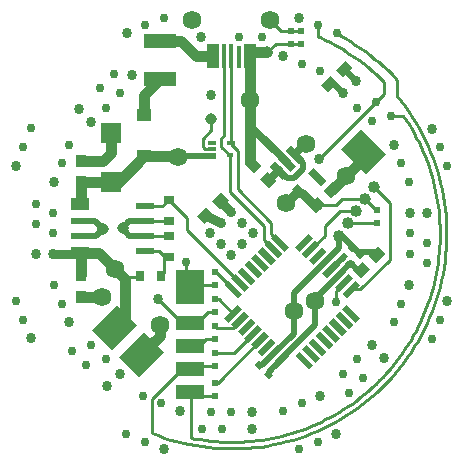
<source format=gbl>
G04 #@! TF.FileFunction,Copper,L4,Bot,Signal*
%FSLAX46Y46*%
G04 Gerber Fmt 4.6, Leading zero omitted, Abs format (unit mm)*
G04 Created by KiCad (PCBNEW 4.0.7) date 11/15/18 02:42:05*
%MOMM*%
%LPD*%
G01*
G04 APERTURE LIST*
%ADD10C,0.100000*%
%ADD11R,2.400000X1.200000*%
%ADD12R,2.800000X1.200000*%
%ADD13R,2.400000X3.000000*%
%ADD14R,0.500000X0.600000*%
%ADD15R,0.900000X0.800000*%
%ADD16R,0.800000X0.900000*%
%ADD17R,0.900000X1.100000*%
%ADD18R,1.600000X0.600000*%
%ADD19R,1.600000X1.000000*%
%ADD20R,1.680000X1.720000*%
%ADD21R,1.200000X1.100000*%
%ADD22R,0.750000X0.600000*%
%ADD23R,0.750000X0.300000*%
%ADD24R,0.550000X0.300000*%
%ADD25R,0.400000X2.000000*%
%ADD26R,0.400000X1.850000*%
%ADD27R,1.000000X2.000000*%
%ADD28C,1.589000*%
%ADD29C,1.010000*%
%ADD30C,0.864000*%
%ADD31C,1.586000*%
%ADD32C,0.974000*%
%ADD33C,0.762000*%
%ADD34C,0.762000*%
%ADD35C,0.508000*%
%ADD36C,0.889000*%
%ADD37C,0.635000*%
%ADD38C,0.254000*%
%ADD39C,0.381000*%
G04 APERTURE END LIST*
D10*
D11*
X16510000Y12432501D03*
X16510000Y10475001D03*
X16510000Y8517501D03*
X16510000Y6560001D03*
D10*
G36*
X27146497Y21700101D02*
X26510101Y22336497D01*
X27287919Y23114315D01*
X27924315Y22477919D01*
X27146497Y21700101D01*
X27146497Y21700101D01*
G37*
G36*
X28419289Y22972893D02*
X27782893Y23609289D01*
X28560711Y24387107D01*
X29197107Y23750711D01*
X28419289Y22972893D01*
X28419289Y22972893D01*
G37*
D12*
X13970000Y36280000D03*
X13970000Y33080000D03*
D13*
X16510000Y15500000D03*
D10*
G36*
X12632132Y11669188D02*
X14329188Y9972132D01*
X12207868Y7850812D01*
X10510812Y9547868D01*
X12632132Y11669188D01*
X12632132Y11669188D01*
G37*
G36*
X9917868Y10130812D02*
X8220812Y11827868D01*
X10342132Y13949188D01*
X12039188Y12252132D01*
X9917868Y10130812D01*
X9917868Y10130812D01*
G37*
D14*
X18580000Y16700000D03*
X18580000Y15600000D03*
X18580000Y14420476D03*
X18580000Y13320476D03*
X18580000Y12140952D03*
X18580000Y11040952D03*
X18580000Y9861428D03*
X18580000Y8761428D03*
X18580000Y7380000D03*
X18580000Y6280000D03*
D15*
X14690000Y19770000D03*
X14690000Y17970000D03*
D16*
X12250000Y16440000D03*
X14050000Y16440000D03*
D15*
X14690000Y22850000D03*
X14690000Y21050000D03*
D14*
X25850000Y37150000D03*
X25850000Y36050000D03*
D10*
G36*
X19130711Y23507107D02*
X19767107Y22870711D01*
X18989289Y22092893D01*
X18352893Y22729289D01*
X19130711Y23507107D01*
X19130711Y23507107D01*
G37*
G36*
X17857919Y22234315D02*
X18494315Y21597919D01*
X17716497Y20820101D01*
X17080101Y21456497D01*
X17857919Y22234315D01*
X17857919Y22234315D01*
G37*
G36*
X28202893Y31936497D02*
X27566497Y32572893D01*
X28344315Y33350711D01*
X28980711Y32714315D01*
X28202893Y31936497D01*
X28202893Y31936497D01*
G37*
G36*
X29475685Y33209289D02*
X28839289Y33845685D01*
X29617107Y34623503D01*
X30253503Y33987107D01*
X29475685Y33209289D01*
X29475685Y33209289D01*
G37*
G36*
X30959289Y16212893D02*
X30322893Y16849289D01*
X31100711Y17627107D01*
X31737107Y16990711D01*
X30959289Y16212893D01*
X30959289Y16212893D01*
G37*
G36*
X32232081Y17485685D02*
X31595685Y18122081D01*
X32373503Y18899899D01*
X33009899Y18263503D01*
X32232081Y17485685D01*
X32232081Y17485685D01*
G37*
G36*
X23827107Y24449289D02*
X23190711Y23812893D01*
X22412893Y24590711D01*
X23049289Y25227107D01*
X23827107Y24449289D01*
X23827107Y24449289D01*
G37*
G36*
X22554315Y25722081D02*
X21917919Y25085685D01*
X21140101Y25863503D01*
X21776497Y26499899D01*
X22554315Y25722081D01*
X22554315Y25722081D01*
G37*
D17*
X7300000Y16460000D03*
X7300000Y14660000D03*
X7250000Y24360000D03*
X7250000Y26160000D03*
D14*
X25000000Y37150000D03*
X25000000Y36050000D03*
D10*
G36*
X29250812Y27152132D02*
X30947868Y28849188D01*
X33069188Y26727868D01*
X31372132Y25030812D01*
X29250812Y27152132D01*
X29250812Y27152132D01*
G37*
G36*
X30877604Y12835418D02*
X30488695Y12446509D01*
X29357324Y13577880D01*
X29746233Y13966789D01*
X30877604Y12835418D01*
X30877604Y12835418D01*
G37*
G36*
X30311918Y12269732D02*
X29923009Y11880823D01*
X28791638Y13012194D01*
X29180547Y13401103D01*
X30311918Y12269732D01*
X30311918Y12269732D01*
G37*
G36*
X29746233Y11704047D02*
X29357324Y11315138D01*
X28225953Y12446509D01*
X28614862Y12835418D01*
X29746233Y11704047D01*
X29746233Y11704047D01*
G37*
G36*
X29180547Y11138362D02*
X28791638Y10749453D01*
X27660267Y11880824D01*
X28049176Y12269733D01*
X29180547Y11138362D01*
X29180547Y11138362D01*
G37*
G36*
X28614862Y10572676D02*
X28225953Y10183767D01*
X27094582Y11315138D01*
X27483491Y11704047D01*
X28614862Y10572676D01*
X28614862Y10572676D01*
G37*
G36*
X28049177Y10006991D02*
X27660268Y9618082D01*
X26528897Y10749453D01*
X26917806Y11138362D01*
X28049177Y10006991D01*
X28049177Y10006991D01*
G37*
G36*
X27483491Y9441305D02*
X27094582Y9052396D01*
X25963211Y10183767D01*
X26352120Y10572676D01*
X27483491Y9441305D01*
X27483491Y9441305D01*
G37*
G36*
X26917806Y8875620D02*
X26528897Y8486711D01*
X25397526Y9618082D01*
X25786435Y10006991D01*
X26917806Y8875620D01*
X26917806Y8875620D01*
G37*
G36*
X23735825Y8486711D02*
X23346916Y8875620D01*
X24478287Y10006991D01*
X24867196Y9618082D01*
X23735825Y8486711D01*
X23735825Y8486711D01*
G37*
G36*
X23170140Y9052396D02*
X22781231Y9441305D01*
X23912602Y10572676D01*
X24301511Y10183767D01*
X23170140Y9052396D01*
X23170140Y9052396D01*
G37*
G36*
X22604454Y9618082D02*
X22215545Y10006991D01*
X23346916Y11138362D01*
X23735825Y10749453D01*
X22604454Y9618082D01*
X22604454Y9618082D01*
G37*
G36*
X22038769Y10183767D02*
X21649860Y10572676D01*
X22781231Y11704047D01*
X23170140Y11315138D01*
X22038769Y10183767D01*
X22038769Y10183767D01*
G37*
G36*
X21473083Y10749453D02*
X21084174Y11138362D01*
X22215545Y12269733D01*
X22604454Y11880824D01*
X21473083Y10749453D01*
X21473083Y10749453D01*
G37*
G36*
X20907398Y11315138D02*
X20518489Y11704047D01*
X21649860Y12835418D01*
X22038769Y12446509D01*
X20907398Y11315138D01*
X20907398Y11315138D01*
G37*
G36*
X20341712Y11880823D02*
X19952803Y12269732D01*
X21084174Y13401103D01*
X21473083Y13012194D01*
X20341712Y11880823D01*
X20341712Y11880823D01*
G37*
G36*
X19776027Y12446509D02*
X19387118Y12835418D01*
X20518489Y13966789D01*
X20907398Y13577880D01*
X19776027Y12446509D01*
X19776027Y12446509D01*
G37*
G36*
X20907398Y14886028D02*
X20518489Y14497119D01*
X19387118Y15628490D01*
X19776027Y16017399D01*
X20907398Y14886028D01*
X20907398Y14886028D01*
G37*
G36*
X21473083Y15451713D02*
X21084174Y15062804D01*
X19952803Y16194175D01*
X20341712Y16583084D01*
X21473083Y15451713D01*
X21473083Y15451713D01*
G37*
G36*
X22038769Y16017398D02*
X21649860Y15628489D01*
X20518489Y16759860D01*
X20907398Y17148769D01*
X22038769Y16017398D01*
X22038769Y16017398D01*
G37*
G36*
X22604454Y16583084D02*
X22215545Y16194175D01*
X21084174Y17325546D01*
X21473083Y17714455D01*
X22604454Y16583084D01*
X22604454Y16583084D01*
G37*
G36*
X23170140Y17148769D02*
X22781231Y16759860D01*
X21649860Y17891231D01*
X22038769Y18280140D01*
X23170140Y17148769D01*
X23170140Y17148769D01*
G37*
G36*
X23735825Y17714455D02*
X23346916Y17325546D01*
X22215545Y18456917D01*
X22604454Y18845826D01*
X23735825Y17714455D01*
X23735825Y17714455D01*
G37*
G36*
X24301511Y18280140D02*
X23912602Y17891231D01*
X22781231Y19022602D01*
X23170140Y19411511D01*
X24301511Y18280140D01*
X24301511Y18280140D01*
G37*
G36*
X24867196Y18845826D02*
X24478287Y18456917D01*
X23346916Y19588288D01*
X23735825Y19977197D01*
X24867196Y18845826D01*
X24867196Y18845826D01*
G37*
G36*
X25786435Y18456917D02*
X25397526Y18845826D01*
X26528897Y19977197D01*
X26917806Y19588288D01*
X25786435Y18456917D01*
X25786435Y18456917D01*
G37*
G36*
X26352120Y17891231D02*
X25963211Y18280140D01*
X27094582Y19411511D01*
X27483491Y19022602D01*
X26352120Y17891231D01*
X26352120Y17891231D01*
G37*
G36*
X26917806Y17325546D02*
X26528897Y17714455D01*
X27660268Y18845826D01*
X28049177Y18456917D01*
X26917806Y17325546D01*
X26917806Y17325546D01*
G37*
G36*
X27483491Y16759860D02*
X27094582Y17148769D01*
X28225953Y18280140D01*
X28614862Y17891231D01*
X27483491Y16759860D01*
X27483491Y16759860D01*
G37*
G36*
X28049176Y16194175D02*
X27660267Y16583084D01*
X28791638Y17714455D01*
X29180547Y17325546D01*
X28049176Y16194175D01*
X28049176Y16194175D01*
G37*
G36*
X28614862Y15628489D02*
X28225953Y16017398D01*
X29357324Y17148769D01*
X29746233Y16759860D01*
X28614862Y15628489D01*
X28614862Y15628489D01*
G37*
G36*
X29180547Y15062804D02*
X28791638Y15451713D01*
X29923009Y16583084D01*
X30311918Y16194175D01*
X29180547Y15062804D01*
X29180547Y15062804D01*
G37*
G36*
X29746233Y14497119D02*
X29357324Y14886028D01*
X30488695Y16017399D01*
X30877604Y15628490D01*
X29746233Y14497119D01*
X29746233Y14497119D01*
G37*
G36*
X30074645Y17081091D02*
X29721091Y17434645D01*
X30145355Y17858909D01*
X30498909Y17505355D01*
X30074645Y17081091D01*
X30074645Y17081091D01*
G37*
G36*
X30852463Y17858909D02*
X30498909Y18212463D01*
X30923173Y18636727D01*
X31276727Y18283173D01*
X30852463Y17858909D01*
X30852463Y17858909D01*
G37*
G36*
X30313173Y19236727D02*
X30666727Y18883173D01*
X30242463Y18458909D01*
X29888909Y18812463D01*
X30313173Y19236727D01*
X30313173Y19236727D01*
G37*
G36*
X29535355Y18458909D02*
X29888909Y18105355D01*
X29464645Y17681091D01*
X29111091Y18034645D01*
X29535355Y18458909D01*
X29535355Y18458909D01*
G37*
G36*
X23538909Y8054645D02*
X23185355Y7701091D01*
X22761091Y8125355D01*
X23114645Y8478909D01*
X23538909Y8054645D01*
X23538909Y8054645D01*
G37*
G36*
X22761091Y8832463D02*
X22407537Y8478909D01*
X21983273Y8903173D01*
X22336827Y9256727D01*
X22761091Y8832463D01*
X22761091Y8832463D01*
G37*
D14*
X32290000Y21960000D03*
X32290000Y20860000D03*
D18*
X12650000Y18505000D03*
X12650000Y19775000D03*
X12650000Y21045000D03*
X12650000Y22315000D03*
D19*
X7150000Y22515000D03*
D18*
X7150000Y21045000D03*
X7150000Y19775000D03*
D19*
X7150000Y18305000D03*
D20*
X9770000Y24355000D03*
X9770000Y28485000D03*
D21*
X12620000Y26520000D03*
X12620000Y30020000D03*
D10*
G36*
X23245144Y25668231D02*
X23704763Y26127850D01*
X24807850Y25024763D01*
X24348231Y24565144D01*
X23245144Y25668231D01*
X23245144Y25668231D01*
G37*
G36*
X23916896Y26339982D02*
X24376515Y26799601D01*
X25479602Y25696514D01*
X25019983Y25236895D01*
X23916896Y26339982D01*
X23916896Y26339982D01*
G37*
G36*
X24588647Y27011734D02*
X25048266Y27471353D01*
X26151353Y26368266D01*
X25691734Y25908647D01*
X24588647Y27011734D01*
X24588647Y27011734D01*
G37*
G36*
X26497836Y25102545D02*
X26957455Y25562164D01*
X28060542Y24459077D01*
X27600923Y23999458D01*
X26497836Y25102545D01*
X26497836Y25102545D01*
G37*
G36*
X25154333Y23759042D02*
X25613952Y24218661D01*
X26717039Y23115574D01*
X26257420Y22655955D01*
X25154333Y23759042D01*
X25154333Y23759042D01*
G37*
D22*
X18340000Y26520000D03*
D23*
X18340000Y27670000D03*
D24*
X19840000Y26670000D03*
D23*
X18340000Y27170000D03*
X19940000Y27670000D03*
D25*
X20000000Y35050000D03*
D26*
X20650000Y34975000D03*
D27*
X21600000Y35050000D03*
D25*
X19350000Y35050000D03*
D27*
X18400000Y35050000D03*
D28*
X23300000Y38050000D03*
X16700000Y38050000D03*
D29*
X32035326Y23970969D03*
X31306884Y22930646D03*
X30578442Y21890323D03*
X29850000Y20850000D03*
X29121558Y19809677D03*
D30*
X19080000Y20920000D03*
D31*
X25252938Y13404099D03*
X29723263Y24883122D03*
D32*
X18290000Y29660000D03*
D31*
X21592039Y31295634D03*
D32*
X9093689Y26177483D03*
D30*
X17431000Y36626000D03*
X7088000Y30508000D03*
D32*
X10821000Y20441000D03*
D30*
X38232000Y14265000D03*
X36947000Y28837000D03*
D32*
X23050000Y35370000D03*
D31*
X9040000Y14636000D03*
D32*
X9127000Y20395000D03*
D30*
X20920000Y19080000D03*
D31*
X13940000Y12250000D03*
D30*
X3440000Y18300000D03*
X9492000Y7088000D03*
X21700000Y3440000D03*
X32912000Y9492000D03*
X36560000Y21700000D03*
X30508000Y32912000D03*
X20920000Y20920000D03*
X19080000Y19080000D03*
X25735000Y38232000D03*
X11163000Y36947000D03*
X1768000Y25735000D03*
X3053000Y11163000D03*
X14265000Y1768000D03*
X28837000Y3053000D03*
D31*
X26309182Y27548550D03*
X15475863Y26509423D03*
D30*
X33740000Y27520000D03*
X24398000Y35033000D03*
D31*
X10130000Y16990000D03*
D30*
X18300000Y31720000D03*
X4920000Y18300000D03*
X10539000Y8135000D03*
X21700000Y4920000D03*
X31865000Y10539000D03*
X35080000Y21700000D03*
X29461000Y31865000D03*
X8135000Y29461000D03*
X6260000Y12480000D03*
X15602000Y4967000D03*
X27520000Y6260000D03*
X35033000Y15602000D03*
X20000000Y21840000D03*
X18160000Y20000000D03*
X20000000Y18160000D03*
X21840000Y20000000D03*
X11570000Y33380000D03*
X4967000Y24398000D03*
D31*
X27075420Y14258169D03*
X24600000Y22590000D03*
D33*
X28860000Y14200000D03*
D30*
X27410050Y26287316D03*
D33*
X16111511Y17583231D03*
X27298000Y37683000D03*
X32275000Y31144000D03*
X31897000Y29496000D03*
X36560000Y17500000D03*
X36560000Y19200000D03*
X30663000Y30663000D03*
X35080000Y18300000D03*
X29942000Y6523000D03*
X35080000Y20000000D03*
X31144000Y7725000D03*
X29461000Y8135000D03*
X17500000Y3440000D03*
X30663000Y9337000D03*
X19200000Y3440000D03*
X18300000Y4911000D03*
X6523000Y10058000D03*
X20000000Y4920000D03*
X7725000Y8856000D03*
X8135000Y10539000D03*
X3440000Y22500000D03*
X9337000Y9337000D03*
X3440000Y20800000D03*
X4920000Y21700000D03*
X10058000Y33477000D03*
X4920000Y20000000D03*
X8856000Y32275000D03*
X22569000Y36626000D03*
X10532000Y31871000D03*
X20650000Y36600000D03*
X9337000Y30663000D03*
X38265000Y25687000D03*
X27526000Y33727000D03*
X37664000Y27344000D03*
X25953000Y34382000D03*
X35028000Y24385000D03*
X36937000Y11106000D03*
X34379000Y25960000D03*
X37683000Y12702000D03*
X25687000Y1735000D03*
X33727000Y12474000D03*
X27344000Y2336000D03*
X34382000Y14047000D03*
X11106000Y3063000D03*
X24385000Y4972000D03*
X12702000Y2317000D03*
X25960000Y5621000D03*
X1735000Y14313000D03*
X12474000Y6273000D03*
X2336000Y12656000D03*
X14047000Y5618000D03*
X3063000Y28894000D03*
X4972000Y15615000D03*
X2317000Y27298000D03*
X5621000Y14040000D03*
X14313000Y38265000D03*
X6273000Y27526000D03*
X12656000Y37664000D03*
X5618000Y25953000D03*
D30*
X13740000Y14470000D03*
D33*
X33477000Y29942000D03*
X28894000Y36937000D03*
D34*
X17787208Y21527208D02*
X19080000Y20920000D01*
D35*
X25252938Y12282628D02*
X25252938Y13404099D01*
X23541371Y9812536D02*
X25252938Y11524103D01*
X25252938Y11524103D02*
X25252938Y12282628D01*
X25252938Y14525570D02*
X25252938Y13404099D01*
X27854722Y17520000D02*
X25252938Y14918216D01*
X25252938Y14918216D02*
X25252938Y14525570D01*
X29121558Y19809677D02*
X29121558Y18786836D01*
X29121558Y18786836D02*
X27854722Y17520000D01*
X32302792Y18192792D02*
X32064331Y18431253D01*
X32064331Y18431253D02*
X30694383Y18431253D01*
X30694383Y18431253D02*
X30277818Y18847818D01*
X30277818Y18847818D02*
X30277818Y18852591D01*
X30277818Y18852591D02*
X29320732Y19809677D01*
X29320732Y19809677D02*
X29121558Y19809677D01*
D36*
X29723263Y24883122D02*
X29723263Y24899140D01*
X29723263Y24899140D02*
X31160000Y26335877D01*
X31160000Y26335877D02*
X31160000Y26940000D01*
D35*
X30877818Y18247818D02*
X30710000Y18415636D01*
X30710000Y18415636D02*
X30277818Y18847818D01*
D36*
X29723263Y24883122D02*
X29723263Y24993263D01*
X29723263Y24883122D02*
X29693122Y24883122D01*
X29693122Y24883122D02*
X28490000Y23680000D01*
D35*
X30887818Y18247818D02*
X30877818Y18247818D01*
X27850000Y17520000D02*
X27854722Y17520000D01*
X22372182Y8867818D02*
X22596653Y8867818D01*
X22596653Y8867818D02*
X23541371Y9812536D01*
D37*
X21592039Y31295634D02*
X21592039Y29124458D01*
X21592039Y29124458D02*
X24698249Y26018248D01*
D36*
X21592039Y31295634D02*
X21592039Y26047961D01*
X21592039Y26047961D02*
X21847208Y25792792D01*
D38*
X18407249Y27168239D02*
X17771988Y27168239D01*
X17771988Y27168239D02*
X17576247Y27363980D01*
X17576247Y27363980D02*
X17576247Y28016247D01*
X17576247Y28016247D02*
X18290000Y28730000D01*
X18290000Y28730000D02*
X18290000Y29660000D01*
D36*
X9770000Y28185000D02*
X9770000Y26853794D01*
X9770000Y26853794D02*
X9093689Y26177483D01*
X9093689Y26177483D02*
X7267483Y26177483D01*
X7267483Y26177483D02*
X7250000Y26160000D01*
D39*
X9076206Y26160000D02*
X9093689Y26177483D01*
D36*
X21600000Y31303595D02*
X21592039Y31295634D01*
X21600000Y32860000D02*
X21600000Y31303595D01*
X13940000Y12250000D02*
X13940000Y11340000D01*
X13940000Y11340000D02*
X12270000Y9670000D01*
D38*
X12550000Y19775000D02*
X14685000Y19775000D01*
X12550000Y21045000D02*
X14685000Y21045000D01*
X25000000Y36050000D02*
X23730000Y36050000D01*
X23730000Y36050000D02*
X23050000Y35370000D01*
X25850000Y36050000D02*
X25000000Y36050000D01*
D36*
X9040000Y14636000D02*
X7326000Y14636000D01*
X7326000Y14636000D02*
X7300000Y14610000D01*
D35*
X10821000Y20441000D02*
X11342000Y19775000D01*
X11342000Y19775000D02*
X12550000Y19775000D01*
X11342000Y21045000D02*
X12550000Y21045000D01*
X11342000Y21045000D02*
X10821000Y20441000D01*
D36*
X23045000Y35375000D02*
X21600000Y35375000D01*
X23045000Y35375000D02*
X23050000Y35370000D01*
D35*
X8477000Y21045000D02*
X9127000Y20395000D01*
X7250000Y21045000D02*
X8477000Y21045000D01*
X8507000Y19775000D02*
X9127000Y20395000D01*
X7250000Y19775000D02*
X8507000Y19775000D01*
X29612000Y34062000D02*
X29612000Y33808000D01*
X29612000Y33808000D02*
X30508000Y32912000D01*
D36*
X21600000Y33930000D02*
X21600000Y32860000D01*
X21600000Y35375000D02*
X21600000Y33930000D01*
D38*
X21630000Y33900000D02*
X21600000Y33930000D01*
X25000000Y37150000D02*
X24200000Y37150000D01*
X24200000Y37150000D02*
X23300000Y38050000D01*
X25850000Y37150000D02*
X25000000Y37150000D01*
D35*
X26070000Y25420000D02*
X26070000Y25990000D01*
X26070000Y25990000D02*
X25370000Y26690000D01*
X25320000Y24670000D02*
X26070000Y25420000D01*
X24710000Y24670000D02*
X25320000Y24670000D01*
X24033503Y25346497D02*
X24710000Y24670000D01*
X24026497Y25346497D02*
X24033503Y25346497D01*
D37*
X23120000Y24520000D02*
X23200000Y24520000D01*
X23200000Y24520000D02*
X24026497Y25346497D01*
X26309182Y27548550D02*
X26228550Y27548550D01*
X26228550Y27548550D02*
X25370000Y26690000D01*
D35*
X18393912Y26520000D02*
X15486440Y26520000D01*
D36*
X10355000Y24255000D02*
X12620000Y26520000D01*
X9770000Y24255000D02*
X10355000Y24255000D01*
X7250000Y24360000D02*
X9665000Y24360000D01*
X9665000Y24360000D02*
X9770000Y24255000D01*
X12620000Y26520000D02*
X15465286Y26520000D01*
X15465286Y26520000D02*
X15475863Y26509423D01*
X7250000Y24360000D02*
X7250000Y22515000D01*
X19060000Y22800000D02*
X19060000Y22780000D01*
D34*
X19060000Y22780000D02*
X20000000Y21840000D01*
D38*
X12250000Y16440000D02*
X12250000Y16448336D01*
X12250000Y16448336D02*
X12085102Y16283438D01*
X12085102Y16283438D02*
X10836562Y16283438D01*
X10836562Y16283438D02*
X10130000Y16990000D01*
D36*
X10130000Y16990000D02*
X10968003Y16151997D01*
X10968003Y16151997D02*
X10968003Y12818003D01*
X10968003Y12818003D02*
X10050000Y11900000D01*
D39*
X10490000Y16630000D02*
X10130000Y16990000D01*
D36*
X7250000Y18305000D02*
X8815000Y18305000D01*
X7300000Y16510000D02*
X7300000Y18255000D01*
D39*
X7300000Y18255000D02*
X7250000Y18305000D01*
D34*
X4920000Y18300000D02*
X7245000Y18300000D01*
X7245000Y18300000D02*
X7250000Y18305000D01*
D35*
X28268000Y32718000D02*
X28608000Y32718000D01*
X28608000Y32718000D02*
X29461000Y31865000D01*
D36*
X8815000Y18305000D02*
X10130000Y16990000D01*
D35*
X27075420Y13136698D02*
X27075420Y14258169D01*
X27075420Y12215215D02*
X27075420Y13136698D01*
X24107056Y9246851D02*
X27075420Y12215215D01*
X27531780Y14714529D02*
X27075420Y14258169D01*
X27531780Y14838220D02*
X27531780Y14714529D01*
X27075420Y14477956D02*
X27075420Y14258169D01*
X28986093Y16388629D02*
X27075420Y14477956D01*
D38*
X27217208Y22407208D02*
X28871039Y22407208D01*
X28871039Y22407208D02*
X29394477Y22930646D01*
X29394477Y22930646D02*
X30592707Y22930646D01*
X30592707Y22930646D02*
X31306884Y22930646D01*
X32290000Y21960000D02*
X32277530Y21960000D01*
X32277530Y21960000D02*
X31306884Y22930646D01*
X27248927Y22373292D02*
X27248927Y22375489D01*
X27248927Y22375489D02*
X27217208Y22407208D01*
D35*
X30110000Y17470000D02*
X30117615Y17470000D01*
X30117615Y17470000D02*
X30667615Y16920000D01*
X30667615Y16920000D02*
X31030000Y16920000D01*
X30110000Y17470000D02*
X30067464Y17470000D01*
X30067464Y17470000D02*
X28986093Y16388629D01*
X23150000Y8090000D02*
X23150000Y8289795D01*
X23150000Y8289795D02*
X24107056Y9246851D01*
D36*
X27217208Y22407208D02*
X27232792Y22407208D01*
D34*
X25935686Y23437308D02*
X25447308Y23437308D01*
X25447308Y23437308D02*
X24600000Y22590000D01*
X25935686Y23437308D02*
X25961540Y23437308D01*
X25961540Y23437308D02*
X26991640Y22407208D01*
X26991640Y22407208D02*
X27217208Y22407208D01*
D36*
X16990000Y35050000D02*
X15760000Y36280000D01*
X15760000Y36280000D02*
X13970000Y36280000D01*
X18400000Y35050000D02*
X16990000Y35050000D01*
D38*
X30117464Y15257259D02*
X30914022Y15257259D01*
X30914022Y15257259D02*
X33444348Y17787585D01*
X33444348Y17787585D02*
X33444348Y22561947D01*
X33444348Y22561947D02*
X32540325Y23465970D01*
X32540325Y23465970D02*
X32035326Y23970969D01*
X29850000Y20850000D02*
X32280000Y20850000D01*
X32280000Y20850000D02*
X32290000Y20860000D01*
X29551778Y15822944D02*
X28860000Y15131166D01*
X28860000Y15131166D02*
X28860000Y14200000D01*
X26723351Y18651371D02*
X27900000Y19828020D01*
X27900000Y19828020D02*
X27900000Y20604738D01*
X27900000Y20604738D02*
X29185585Y21890323D01*
X29185585Y21890323D02*
X29864265Y21890323D01*
X29864265Y21890323D02*
X30578442Y21890323D01*
X16204507Y20311380D02*
X16224507Y20311380D01*
X16204507Y21345201D02*
X16204507Y20311380D01*
X14699708Y22850000D02*
X16204507Y21345201D01*
X14690000Y22850000D02*
X14699708Y22850000D01*
X16224507Y20311380D02*
X20712943Y15822944D01*
X12550000Y22315000D02*
X14155000Y22315000D01*
X14155000Y22315000D02*
X14690000Y22850000D01*
X12550000Y18505000D02*
X12556259Y18498741D01*
X12556259Y18498741D02*
X13860207Y18498741D01*
X13860207Y18498741D02*
X14391473Y17967475D01*
X14391473Y17967475D02*
X14687475Y17967475D01*
X14687475Y17967475D02*
X14690000Y17970000D01*
X14690000Y17970000D02*
X14320784Y17970000D01*
X14320784Y17970000D02*
X14320784Y16710784D01*
X14320784Y16710784D02*
X14050000Y16440000D01*
X32275000Y31144000D02*
X27418316Y26287316D01*
X27418316Y26287316D02*
X27410050Y26287316D01*
X18580000Y15600000D02*
X16610000Y15600000D01*
X16610000Y15600000D02*
X16510000Y15500000D01*
X16111511Y17583231D02*
X16111511Y15898489D01*
X16111511Y15898489D02*
X16510000Y15500000D01*
X16111561Y17583181D02*
X16111511Y17583231D01*
X32244000Y33473000D02*
X32490000Y33246000D01*
X32490000Y33246000D02*
X32593000Y33148000D01*
X28760000Y35959000D02*
X28932000Y35864000D01*
X29411000Y35585000D02*
X29584000Y35479000D01*
X27470000Y36602000D02*
X27300000Y36670000D01*
X27300000Y36670000D02*
X27301000Y36670000D01*
X32932000Y31801000D02*
X32275000Y31144000D01*
X32593000Y33148000D02*
X32932000Y32814000D01*
X31522000Y34096000D02*
X31887000Y33789000D01*
X31149000Y34392000D02*
X31522000Y34096000D01*
X30769000Y34679000D02*
X31149000Y34392000D01*
X29584000Y35479000D02*
X29986000Y35223000D01*
X31887000Y33789000D02*
X32244000Y33473000D01*
X30381000Y34956000D02*
X30769000Y34679000D01*
X27913000Y36396000D02*
X28340000Y36183000D01*
X32932000Y32814000D02*
X32932000Y31801000D01*
X29986000Y35223000D02*
X30381000Y34956000D01*
X28340000Y36183000D02*
X28760000Y35959000D01*
X27481000Y36597000D02*
X27470000Y36602000D01*
X27470000Y36602000D02*
X27913000Y36396000D01*
X27298000Y37683000D02*
X27301000Y37680000D01*
X27301000Y37680000D02*
X27301000Y36670000D01*
X29411000Y35585000D02*
X28932000Y35864000D01*
D36*
X12620000Y30020000D02*
X12620000Y31693162D01*
X12620000Y31693162D02*
X13970000Y33043162D01*
X13970000Y33043162D02*
X13970000Y33080000D01*
D38*
X18580000Y14420476D02*
X18933431Y14420476D01*
X18933431Y14420476D02*
X20147258Y13206649D01*
X18580000Y12140952D02*
X18684237Y12036715D01*
X18684237Y12036715D02*
X20108695Y12036715D01*
X20108695Y12036715D02*
X20712943Y12640963D01*
X18580000Y9861428D02*
X20196149Y9861428D01*
X20196149Y9861428D02*
X21844314Y11509593D01*
X19940000Y27670000D02*
X19940000Y27596020D01*
X19940000Y27596020D02*
X20523488Y27012532D01*
X20523488Y27012532D02*
X20523488Y23745253D01*
X20523488Y23745253D02*
X23366457Y20902284D01*
X23366457Y20902284D02*
X23366457Y19957656D01*
X23366457Y19957656D02*
X24107056Y19217057D01*
X19962981Y27673175D02*
X20000000Y27710194D01*
X20000000Y27710194D02*
X20000000Y34201822D01*
X20000000Y34201822D02*
X20000000Y35250000D01*
X19350000Y35250000D02*
X19349531Y35249531D01*
X19349531Y35249531D02*
X19349531Y28284186D01*
X22740000Y19452742D02*
X23541371Y18651371D01*
X19349531Y28284186D02*
X19146781Y28081436D01*
X19146781Y28081436D02*
X19146781Y27361080D01*
X19146781Y27361080D02*
X19898536Y26609325D01*
X19898536Y26609325D02*
X19898536Y23481464D01*
X22740000Y20640000D02*
X22740000Y19452742D01*
X19898536Y23481464D02*
X22740000Y20640000D01*
D35*
X29500000Y18070000D02*
X29500000Y18033908D01*
X29500000Y18033908D02*
X28420407Y16954315D01*
D38*
X18580000Y7380000D02*
X18846093Y7380000D01*
X18846093Y7380000D02*
X22410000Y10943907D01*
X18580000Y13320476D02*
X18031533Y13320476D01*
X18031533Y13320476D02*
X17191057Y12480000D01*
X17191057Y12480000D02*
X16510000Y12480000D01*
X15690000Y12480000D02*
X13740000Y14430000D01*
X13740000Y14430000D02*
X13740000Y14470000D01*
X16510000Y12480000D02*
X15690000Y12480000D01*
X36165000Y12944000D02*
X35986000Y12547000D01*
X36911000Y14990000D02*
X36782000Y14573000D01*
X37030000Y15409000D02*
X36911000Y14990000D01*
X37323000Y16682000D02*
X37236000Y16255000D01*
X37236000Y16255000D02*
X37138000Y15831000D01*
X37138000Y15831000D02*
X37030000Y15409000D01*
X36643000Y14161000D02*
X36494000Y13751000D01*
X36494000Y13751000D02*
X36334000Y13346000D01*
X36334000Y13346000D02*
X36165000Y12944000D01*
X36782000Y14573000D02*
X36643000Y14161000D01*
X37400000Y17111000D02*
X37323000Y16682000D01*
X37466000Y17542000D02*
X37400000Y17111000D01*
X37521000Y17974000D02*
X37466000Y17542000D01*
X37600000Y18841000D02*
X37566000Y18407000D01*
X37623000Y19276000D02*
X37600000Y18841000D01*
X37635000Y19712000D02*
X37623000Y19276000D01*
X37637000Y20148000D02*
X37635000Y19712000D01*
X37628000Y20583000D02*
X37637000Y20148000D01*
X37608000Y21018000D02*
X37628000Y20583000D01*
X37578000Y21453000D02*
X37608000Y21018000D01*
X37422000Y22750000D02*
X37485000Y22319000D01*
X37349000Y23180000D02*
X37422000Y22750000D01*
X37265000Y23607000D02*
X37349000Y23180000D01*
X37066000Y24455000D02*
X37171000Y24033000D01*
X36689000Y25707000D02*
X36825000Y25293000D01*
X36825000Y25293000D02*
X36951000Y24876000D01*
X36951000Y24876000D02*
X37066000Y24455000D01*
X36543000Y26117000D02*
X36689000Y25707000D01*
X37537000Y21887000D02*
X37578000Y21453000D01*
X37485000Y22319000D02*
X37537000Y21887000D01*
X35664000Y28108000D02*
X35859000Y27719000D01*
X37566000Y18407000D02*
X37521000Y17974000D01*
X35458000Y28493000D02*
X35664000Y28108000D01*
X35859000Y27719000D02*
X36045000Y27325000D01*
X36045000Y27325000D02*
X36221000Y26927000D01*
X36221000Y26927000D02*
X36387000Y26524000D01*
X36387000Y26524000D02*
X36543000Y26117000D01*
X37171000Y24033000D02*
X37265000Y23607000D01*
X35986000Y12547000D02*
X35797000Y12155000D01*
X35797000Y12155000D02*
X35598000Y11767000D01*
X18580000Y6280000D02*
X16710000Y6280000D01*
X16710000Y6280000D02*
X16510000Y6480000D01*
X16579690Y2703435D02*
X16579690Y6410310D01*
X16579690Y6410310D02*
X16510000Y6480000D01*
X16580000Y2703745D02*
X16936000Y2630000D01*
X17366000Y2560000D02*
X16936000Y2630000D01*
X18665000Y2413000D02*
X18231000Y2451000D01*
X19100000Y2385000D02*
X18665000Y2413000D01*
X19535000Y2368000D02*
X19100000Y2385000D01*
X19970000Y2362000D02*
X19535000Y2368000D01*
X20406000Y2367000D02*
X19970000Y2362000D01*
X20841000Y2382000D02*
X20406000Y2367000D01*
X21276000Y2408000D02*
X20841000Y2382000D01*
X21710000Y2445000D02*
X21276000Y2408000D01*
X22143000Y2493000D02*
X21710000Y2445000D01*
X22575000Y2551000D02*
X22143000Y2493000D01*
X23005000Y2620000D02*
X22575000Y2551000D01*
X25123000Y3123000D02*
X24705000Y3001000D01*
X25539000Y3254000D02*
X25123000Y3123000D01*
X25951000Y3396000D02*
X25539000Y3254000D01*
X26359000Y3548000D02*
X25951000Y3396000D01*
X26763000Y3710000D02*
X26359000Y3548000D01*
X27164000Y3882000D02*
X26763000Y3710000D01*
X27559000Y4064000D02*
X27164000Y3882000D01*
X27951000Y4256000D02*
X27559000Y4064000D01*
X28337000Y4457000D02*
X27951000Y4256000D01*
X28718000Y4668000D02*
X28337000Y4457000D01*
X29095000Y4888000D02*
X28718000Y4668000D01*
X29830000Y5355000D02*
X29465000Y5117000D01*
X30188000Y5602000D02*
X29830000Y5355000D01*
X30541000Y5858000D02*
X30188000Y5602000D01*
X30887000Y6123000D02*
X30541000Y5858000D01*
X32203000Y7265000D02*
X31884000Y6967000D01*
X31884000Y6967000D02*
X31559000Y6678000D01*
X31559000Y6678000D02*
X31226000Y6396000D01*
X31226000Y6396000D02*
X30887000Y6123000D01*
X32513000Y7570000D02*
X32203000Y7265000D01*
X33112000Y8203000D02*
X32817000Y7883000D01*
X32817000Y7883000D02*
X32513000Y7570000D01*
X34212000Y9554000D02*
X33949000Y9206000D01*
X33949000Y9206000D02*
X33679000Y8865000D01*
X33679000Y8865000D02*
X33399000Y8531000D01*
X33399000Y8531000D02*
X33112000Y8203000D01*
X34465000Y9908000D02*
X34212000Y9554000D01*
X17798000Y2500000D02*
X17366000Y2560000D01*
X18231000Y2451000D02*
X17798000Y2500000D01*
X23434000Y2700000D02*
X23005000Y2620000D01*
X23860000Y2790000D02*
X23434000Y2700000D01*
X24284000Y2890000D02*
X23860000Y2790000D01*
X24705000Y3001000D02*
X24284000Y2890000D01*
X35598000Y11767000D02*
X35390000Y11384000D01*
X35390000Y11384000D02*
X35173000Y11007000D01*
X29465000Y5117000D02*
X29095000Y4888000D01*
X35173000Y11007000D02*
X34946000Y10635000D01*
X34946000Y10635000D02*
X34710000Y10269000D01*
X34710000Y10269000D02*
X34465000Y9908000D01*
X16579690Y2703435D02*
X16580000Y2703745D01*
X35244000Y28872000D02*
X35458000Y28493000D01*
X34545000Y29976000D02*
X34787000Y29614000D01*
X34787000Y29614000D02*
X35020000Y29246000D01*
X35020000Y29246000D02*
X35244000Y28872000D01*
X33511000Y29976000D02*
X33477000Y29942000D01*
X33511000Y29976000D02*
X34545000Y29976000D01*
X37818000Y23737000D02*
X37696000Y24277000D01*
X37979000Y17134000D02*
X38057000Y17681000D01*
X38084000Y22098000D02*
X38012000Y22647000D01*
X37883000Y16588000D02*
X37979000Y17134000D01*
X38119000Y18231000D02*
X38165000Y18783000D01*
X37160000Y13920000D02*
X37337000Y14444000D01*
X37498000Y14974000D02*
X37643000Y15508000D01*
X36145000Y28412000D02*
X35882000Y28899000D01*
X37771000Y16046000D02*
X37883000Y16588000D01*
X31312000Y35421000D02*
X30905000Y35711000D01*
X32862000Y34154000D02*
X32487000Y34485000D01*
X38178000Y20996000D02*
X38140000Y21548000D01*
X37337000Y14444000D02*
X37498000Y14974000D01*
X35604000Y29378000D02*
X35312000Y29848000D01*
X37233000Y25871000D02*
X37047000Y26392000D01*
X37643000Y15508000D02*
X37771000Y16046000D01*
X38057000Y17681000D02*
X38119000Y18231000D01*
X38140000Y21548000D02*
X38084000Y22098000D01*
X38165000Y18783000D02*
X38193000Y19336000D01*
X30490000Y35991000D02*
X30068000Y36261000D01*
X38193000Y19336000D02*
X38205000Y19889000D01*
X38205000Y19889000D02*
X38200000Y20442000D01*
X38012000Y22647000D02*
X37923000Y23193000D01*
X38200000Y20442000D02*
X38178000Y20996000D01*
X37923000Y23193000D02*
X37818000Y23737000D01*
X37696000Y24277000D02*
X37558000Y24813000D01*
X37558000Y24813000D02*
X37404000Y25344000D01*
X37404000Y25344000D02*
X37233000Y25871000D01*
X34352000Y31202000D02*
X34004000Y31633000D01*
X37047000Y26392000D02*
X36845000Y26907000D01*
X36845000Y26907000D02*
X36627000Y27416000D01*
X36627000Y27416000D02*
X36394000Y27918000D01*
X30905000Y35711000D02*
X30490000Y35991000D01*
X36394000Y27918000D02*
X36145000Y28412000D01*
X35882000Y28899000D02*
X35604000Y29378000D01*
X35312000Y29848000D02*
X35006000Y30309000D01*
X35006000Y30309000D02*
X34685000Y30760000D01*
X34685000Y30760000D02*
X34352000Y31202000D01*
X34004000Y31633000D02*
X34004000Y33030000D01*
X34004000Y33030000D02*
X33933000Y33101000D01*
X33933000Y33101000D02*
X33586000Y33461000D01*
X33586000Y33461000D02*
X33228000Y33812000D01*
X33228000Y33812000D02*
X32862000Y34154000D01*
X32487000Y34485000D02*
X32104000Y34807000D01*
X32104000Y34807000D02*
X31712000Y35119000D01*
X31712000Y35119000D02*
X31312000Y35421000D01*
X29639000Y36519000D02*
X29250000Y36738000D01*
X36968000Y13401000D02*
X37160000Y13920000D01*
X36759000Y12888000D02*
X36968000Y13401000D01*
X30068000Y36261000D02*
X29639000Y36519000D01*
X29250000Y36740000D02*
X29250000Y36738000D01*
X18580000Y8761428D02*
X16791428Y8761428D01*
X16791428Y8761428D02*
X16510000Y8480000D01*
X13231000Y5958000D02*
X13231000Y3101000D01*
X28738000Y4029000D02*
X29220000Y4302000D01*
X16510000Y8480000D02*
X15753000Y8480000D01*
X26736000Y3087000D02*
X27247000Y3299000D01*
X21364000Y1846000D02*
X21916000Y1895000D01*
X13747000Y2902000D02*
X14269000Y2720000D01*
X17499000Y1967000D02*
X18048000Y1899000D01*
X15753000Y8480000D02*
X13231000Y5958000D01*
X15867000Y2270000D02*
X16408000Y2152000D01*
X14269000Y2720000D02*
X14797000Y2554000D01*
X13231000Y3101000D02*
X13230000Y3100000D01*
X16952000Y2051000D02*
X17499000Y1967000D01*
X13230000Y3100000D02*
X13747000Y2902000D01*
X35773000Y10908000D02*
X36042000Y11391000D01*
X25696000Y2708000D02*
X26219000Y2890000D01*
X14797000Y2554000D02*
X15330000Y2404000D01*
X21916000Y1895000D02*
X22465000Y1962000D01*
X15330000Y2404000D02*
X15867000Y2270000D01*
X24098000Y2262000D02*
X24635000Y2394000D01*
X16408000Y2152000D02*
X16952000Y2051000D01*
X32729000Y6984000D02*
X33119000Y7377000D01*
X19152000Y1814000D02*
X19705000Y1797000D01*
X18048000Y1899000D02*
X18600000Y1848000D01*
X29693000Y4589000D02*
X30157000Y4891000D01*
X18600000Y1848000D02*
X19152000Y1814000D01*
X19705000Y1797000D02*
X20259000Y1796000D01*
X24635000Y2394000D02*
X25168000Y2543000D01*
X20259000Y1796000D02*
X20812000Y1813000D01*
X36296000Y11883000D02*
X36535000Y12382000D01*
X34214000Y8624000D02*
X34553000Y9062000D01*
X20812000Y1813000D02*
X21364000Y1846000D01*
X22465000Y1962000D02*
X23012000Y2045000D01*
X23012000Y2045000D02*
X23557000Y2145000D01*
X23557000Y2145000D02*
X24098000Y2262000D01*
X35489000Y10433000D02*
X35773000Y10908000D01*
X27752000Y3527000D02*
X28249000Y3770000D01*
X25168000Y2543000D02*
X25696000Y2708000D01*
X26219000Y2890000D02*
X26736000Y3087000D01*
X27247000Y3299000D02*
X27752000Y3527000D01*
X28249000Y3770000D02*
X28738000Y4029000D01*
X33862000Y8197000D02*
X34214000Y8624000D01*
X29220000Y4302000D02*
X29693000Y4589000D01*
X30157000Y4891000D02*
X30611000Y5207000D01*
X30611000Y5207000D02*
X31056000Y5536000D01*
X31056000Y5536000D02*
X31491000Y5879000D01*
X31491000Y5879000D02*
X31915000Y6235000D01*
X31915000Y6235000D02*
X32327000Y6603000D01*
X33496000Y7782000D02*
X33862000Y8197000D01*
X32327000Y6603000D02*
X32729000Y6984000D01*
X33119000Y7377000D02*
X33496000Y7782000D01*
X34553000Y9062000D02*
X34879000Y9509000D01*
X34879000Y9509000D02*
X35191000Y9966000D01*
X35191000Y9966000D02*
X35489000Y10433000D01*
X36042000Y11391000D02*
X36296000Y11883000D01*
X36535000Y12382000D02*
X36759000Y12888000D01*
X28900000Y36940000D02*
X29250000Y36740000D01*
X29250000Y36738000D02*
X29203000Y36765000D01*
X18580000Y11040952D02*
X17828007Y11040952D01*
X17828007Y11040952D02*
X17267054Y10479999D01*
X17267054Y10479999D02*
X16510000Y10479999D01*
X18580000Y16700000D02*
X18704517Y16700000D01*
X18704517Y16700000D02*
X20147258Y15257259D01*
M02*

</source>
